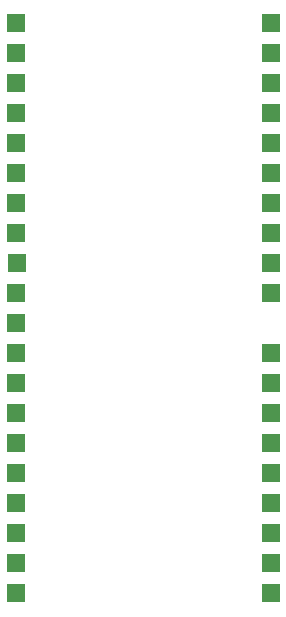
<source format=gbr>
%TF.GenerationSoftware,KiCad,Pcbnew,5.1.10-88a1d61d58~88~ubuntu18.04.1*%
%TF.CreationDate,2021-08-27T16:22:50+08:00*%
%TF.ProjectId,grip_strength,67726970-5f73-4747-9265-6e6774682e6b,rev?*%
%TF.SameCoordinates,Original*%
%TF.FileFunction,Paste,Top*%
%TF.FilePolarity,Positive*%
%FSLAX46Y46*%
G04 Gerber Fmt 4.6, Leading zero omitted, Abs format (unit mm)*
G04 Created by KiCad (PCBNEW 5.1.10-88a1d61d58~88~ubuntu18.04.1) date 2021-08-27 16:22:50*
%MOMM*%
%LPD*%
G01*
G04 APERTURE LIST*
%ADD10R,1.524000X1.524000*%
G04 APERTURE END LIST*
D10*
%TO.C,U1*%
X104775000Y-53975000D03*
X104775000Y-56515000D03*
X104775000Y-59055000D03*
X104775000Y-61595000D03*
X104775000Y-64135000D03*
X104775000Y-66675000D03*
X104775000Y-69215000D03*
X104775000Y-71755000D03*
X104775000Y-74295000D03*
X104775000Y-76835000D03*
X104775000Y-81915000D03*
X104775000Y-84455000D03*
X104775000Y-86995000D03*
X104775000Y-89535000D03*
X104775000Y-92075000D03*
X104775000Y-94615000D03*
X104775000Y-97155000D03*
X104775000Y-99695000D03*
X104775000Y-102235000D03*
X83185000Y-102235000D03*
X83185000Y-99695000D03*
X83185000Y-97155000D03*
X83185000Y-94615000D03*
X83185000Y-92075000D03*
X83185000Y-89535000D03*
X83185000Y-86995000D03*
X83185000Y-84455000D03*
X83185000Y-81915000D03*
X83185000Y-79375000D03*
X83185000Y-76835000D03*
X83312000Y-74295000D03*
X83185000Y-71755000D03*
X83185000Y-69215000D03*
X83185000Y-66675000D03*
X83185000Y-64135000D03*
X83185000Y-61595000D03*
X83185000Y-59055000D03*
X83185000Y-56515000D03*
X83185000Y-53975000D03*
%TD*%
M02*

</source>
